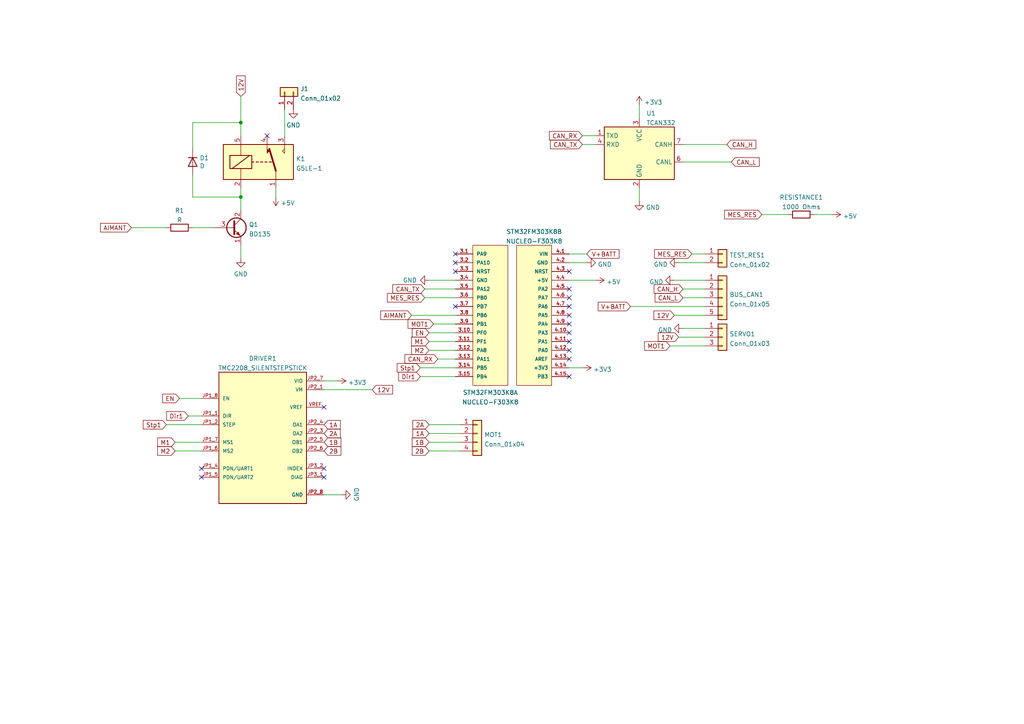
<source format=kicad_sch>
(kicad_sch (version 20211123) (generator eeschema)
  (paper "A4")
  (lib_symbols
    (symbol "Connector_Generic:Conn_01x02" (pin_names (offset 1.016) hide)
      (property "Reference" "J" (at 0 2.54 0))
      (property "Value" "Conn_01x02" (at 0 -5.08 0))
      (symbol "Conn_01x02_1_1"
        (rectangle (start -1.27 -2.413) (end 0 -2.667) (stroke (width 0.1524)))
        (rectangle (start -1.27 0.127) (end 0 -0.127) (stroke (width 0.1524)))
        (rectangle (start -1.27 1.27) (end 1.27 -3.81) (stroke (width 0.254)) (fill (type background)))
        (pin passive line (at -5.08 0 0) (length 3.81) (name "Pin_1") (number "1"))
        (pin passive line (at -5.08 -2.54 0) (length 3.81) (name "Pin_2") (number "2"))
      )
    )
    (symbol "Connector_Generic:Conn_01x03" (pin_names (offset 1.016) hide)
      (property "Reference" "J" (at 0 5.08 0))
      (property "Value" "Conn_01x03" (at 0 -5.08 0))
      (symbol "Conn_01x03_1_1"
        (rectangle (start -1.27 -2.413) (end 0 -2.667) (stroke (width 0.1524)))
        (rectangle (start -1.27 0.127) (end 0 -0.127) (stroke (width 0.1524)))
        (rectangle (start -1.27 2.667) (end 0 2.413) (stroke (width 0.1524)))
        (rectangle (start -1.27 3.81) (end 1.27 -3.81) (stroke (width 0.254)) (fill (type background)))
        (pin passive line (at -5.08 2.54 0) (length 3.81) (name "Pin_1") (number "1"))
        (pin passive line (at -5.08 0 0) (length 3.81) (name "Pin_2") (number "2"))
        (pin passive line (at -5.08 -2.54 0) (length 3.81) (name "Pin_3") (number "3"))
      )
    )
    (symbol "Connector_Generic:Conn_01x04" (pin_names (offset 1.016) hide)
      (property "Reference" "J" (at 0 5.08 0))
      (property "Value" "Conn_01x04" (at 0 -7.62 0))
      (symbol "Conn_01x04_1_1"
        (rectangle (start -1.27 -4.953) (end 0 -5.207) (stroke (width 0.1524)))
        (rectangle (start -1.27 -2.413) (end 0 -2.667) (stroke (width 0.1524)))
        (rectangle (start -1.27 0.127) (end 0 -0.127) (stroke (width 0.1524)))
        (rectangle (start -1.27 2.667) (end 0 2.413) (stroke (width 0.1524)))
        (rectangle (start -1.27 3.81) (end 1.27 -6.35) (stroke (width 0.254)) (fill (type background)))
        (pin passive line (at -5.08 2.54 0) (length 3.81) (name "Pin_1") (number "1"))
        (pin passive line (at -5.08 0 0) (length 3.81) (name "Pin_2") (number "2"))
        (pin passive line (at -5.08 -2.54 0) (length 3.81) (name "Pin_3") (number "3"))
        (pin passive line (at -5.08 -5.08 0) (length 3.81) (name "Pin_4") (number "4"))
      )
    )
    (symbol "Connector_Generic:Conn_01x05" (pin_names (offset 1.016) hide)
      (property "Reference" "J" (at 0 7.62 0))
      (property "Value" "Conn_01x05" (at 0 -7.62 0))
      (symbol "Conn_01x05_1_1"
        (rectangle (start -1.27 -4.953) (end 0 -5.207) (stroke (width 0.1524)))
        (rectangle (start -1.27 -2.413) (end 0 -2.667) (stroke (width 0.1524)))
        (rectangle (start -1.27 0.127) (end 0 -0.127) (stroke (width 0.1524)))
        (rectangle (start -1.27 2.667) (end 0 2.413) (stroke (width 0.1524)))
        (rectangle (start -1.27 5.207) (end 0 4.953) (stroke (width 0.1524)))
        (rectangle (start -1.27 6.35) (end 1.27 -6.35) (stroke (width 0.254)) (fill (type background)))
        (pin passive line (at -5.08 5.08 0) (length 3.81) (name "Pin_1") (number "1"))
        (pin passive line (at -5.08 2.54 0) (length 3.81) (name "Pin_2") (number "2"))
        (pin passive line (at -5.08 0 0) (length 3.81) (name "Pin_3") (number "3"))
        (pin passive line (at -5.08 -2.54 0) (length 3.81) (name "Pin_4") (number "4"))
        (pin passive line (at -5.08 -5.08 0) (length 3.81) (name "Pin_5") (number "5"))
      )
    )
    (symbol "Device:D" (pin_numbers hide) (pin_names (offset 1.016) hide)
      (property "Reference" "D" (at 0 2.54 0))
      (property "Value" "D" (at 0 -2.54 0))
      (symbol "D_0_1"
        (polyline (pts (xy -1.27 1.27) (xy -1.27 -1.27)) (stroke (width 0.254)))
        (polyline (pts (xy 1.27 0) (xy -1.27 0)))
        (polyline (pts (xy 1.27 1.27) (xy 1.27 -1.27) (xy -1.27 0) (xy 1.27 1.27)) (stroke (width 0.254)))
      )
      (symbol "D_1_1"
        (pin passive line (at -3.81 0 0) (length 2.54) (name "K") (number "1"))
        (pin passive line (at 3.81 0 180) (length 2.54) (name "A") (number "2"))
      )
    )
    (symbol "Device:R" (pin_numbers hide) (pin_names (offset 0))
      (property "Reference" "R" (at 2.032 0 90))
      (property "Value" "R" (at 0 0 90))
      (symbol "R_0_1"
        (rectangle (start -1.016 -2.54) (end 1.016 2.54) (stroke (width 0.254)))
      )
      (symbol "R_1_1"
        (pin passive line (at 0 3.81 270) (length 1.27) (name "~") (number "1"))
        (pin passive line (at 0 -3.81 90) (length 1.27) (name "~") (number "2"))
      )
    )
    (symbol "Interface_CAN_LIN:TCAN332"
      (property "Reference" "U" (at -10.16 8.89 0))
      (property "Value" "TCAN332" (at 2.54 8.89 0))
      (symbol "TCAN332_0_1"
        (rectangle (start -10.16 7.62) (end 10.16 -7.62) (stroke (width 0.254)) (fill (type background)))
      )
      (symbol "TCAN332_1_1"
        (pin input line (at -12.7 5.08 0) (length 2.54) (name "TXD") (number "1"))
        (pin power_in line (at 0 -10.16 90) (length 2.54) (name "GND") (number "2"))
        (pin power_in line (at 0 10.16 270) (length 2.54) (name "VCC") (number "3"))
        (pin tri_state line (at -12.7 2.54 0) (length 2.54) (name "RXD") (number "4"))
        (pin no_connect line (at -10.16 -2.54 0) (length 2.54) hide (name "NC") (number "5"))
        (pin bidirectional line (at 12.7 -2.54 180) (length 2.54) (name "CANL") (number "6"))
        (pin bidirectional line (at 12.7 2.54 180) (length 2.54) (name "CANH") (number "7"))
        (pin no_connect line (at -10.16 -5.08 0) (length 2.54) hide (name "NC") (number "8"))
      )
    )
    (symbol "NUCLEO-F303K8:NUCLEO-F303K8" (pin_names (offset 1.016))
      (property "Reference" "A" (at -5.08 20.8534 0))
      (property "Value" "NUCLEO-F303K8" (at -5.08 -22.6314 0))
      (symbol "NUCLEO-F303K8_1_0"
        (rectangle (start -5.08 -20.32) (end 5.08 20.32) (stroke (width 0.1524)) (fill (type background)))
        (pin bidirectional line (at 10.16 17.78 180) (length 5.08) (name "PA9") (number "3.1"))
        (pin bidirectional line (at 10.16 -5.08 180) (length 5.08) (name "PF0") (number "3.10"))
        (pin bidirectional line (at 10.16 -7.62 180) (length 5.08) (name "PF1") (number "3.11"))
        (pin bidirectional line (at 10.16 -10.16 180) (length 5.08) (name "PA8") (number "3.12"))
        (pin bidirectional line (at 10.16 -12.7 180) (length 5.08) (name "PA11") (number "3.13"))
        (pin bidirectional line (at 10.16 -15.24 180) (length 5.08) (name "PB5") (number "3.14"))
        (pin bidirectional line (at 10.16 -17.78 180) (length 5.08) (name "PB4") (number "3.15"))
        (pin bidirectional line (at 10.16 15.24 180) (length 5.08) (name "PA10") (number "3.2"))
        (pin bidirectional line (at 10.16 12.7 180) (length 5.08) (name "NRST") (number "3.3"))
        (pin bidirectional line (at 10.16 10.16 180) (length 5.08) (name "GND") (number "3.4"))
        (pin bidirectional line (at 10.16 7.62 180) (length 5.08) (name "PA12") (number "3.5"))
        (pin bidirectional line (at 10.16 5.08 180) (length 5.08) (name "PB0") (number "3.6"))
        (pin bidirectional line (at 10.16 2.54 180) (length 5.08) (name "PB7") (number "3.7"))
        (pin bidirectional line (at 10.16 0 180) (length 5.08) (name "PB6") (number "3.8"))
        (pin bidirectional line (at 10.16 -2.54 180) (length 5.08) (name "PB1") (number "3.9"))
      )
      (symbol "NUCLEO-F303K8_2_0"
        (rectangle (start -5.08 -20.32) (end 5.08 20.32) (stroke (width 0.1524)) (fill (type background)))
        (pin bidirectional line (at 10.16 17.78 180) (length 5.08) (name "VIN") (number "4.1"))
        (pin bidirectional line (at 10.16 -5.08 180) (length 5.08) (name "PA3") (number "4.10"))
        (pin bidirectional line (at 10.16 -7.62 180) (length 5.08) (name "PA1") (number "4.11"))
        (pin bidirectional line (at 10.16 -10.16 180) (length 5.08) (name "PA0") (number "4.12"))
        (pin bidirectional line (at 10.16 -12.7 180) (length 5.08) (name "AREF") (number "4.13"))
        (pin bidirectional line (at 10.16 -15.24 180) (length 5.08) (name "+3V3") (number "4.14"))
        (pin bidirectional line (at 10.16 -17.78 180) (length 5.08) (name "PB3") (number "4.15"))
        (pin bidirectional line (at 10.16 15.24 180) (length 5.08) (name "GND") (number "4.2"))
        (pin bidirectional line (at 10.16 12.7 180) (length 5.08) (name "NRST") (number "4.3"))
        (pin bidirectional line (at 10.16 10.16 180) (length 5.08) (name "+5V") (number "4.4"))
        (pin bidirectional line (at 10.16 7.62 180) (length 5.08) (name "PA2") (number "4.5"))
        (pin bidirectional line (at 10.16 5.08 180) (length 5.08) (name "PA7") (number "4.6"))
        (pin bidirectional line (at 10.16 2.54 180) (length 5.08) (name "PA6") (number "4.7"))
        (pin bidirectional line (at 10.16 0 180) (length 5.08) (name "PA5") (number "4.8"))
        (pin bidirectional line (at 10.16 -2.54 180) (length 5.08) (name "PA4") (number "4.9"))
      )
    )
    (symbol "Relay:G5LE-1"
      (property "Reference" "K" (at 11.43 3.81 0))
      (property "Value" "G5LE-1" (at 11.43 1.27 0))
      (symbol "G5LE-1_0_0"
        (polyline (pts (xy 7.62 5.08) (xy 7.62 2.54) (xy 6.985 3.175) (xy 7.62 3.81)))
      )
      (symbol "G5LE-1_0_1"
        (rectangle (start -10.16 5.08) (end 10.16 -5.08) (stroke (width 0.254)) (fill (type background)))
        (rectangle (start -8.255 1.905) (end -1.905 -1.905) (stroke (width 0.254)))
        (polyline (pts (xy -7.62 -1.905) (xy -2.54 1.905)) (stroke (width 0.254)))
        (polyline (pts (xy -5.08 -5.08) (xy -5.08 -1.905)))
        (polyline (pts (xy -5.08 5.08) (xy -5.08 1.905)))
        (polyline (pts (xy -1.905 0) (xy -1.27 0)) (stroke (width 0.254)))
        (polyline (pts (xy -0.635 0) (xy 0 0)) (stroke (width 0.254)))
        (polyline (pts (xy 0.635 0) (xy 1.27 0)) (stroke (width 0.254)))
        (polyline (pts (xy 1.905 0) (xy 2.54 0)) (stroke (width 0.254)))
        (polyline (pts (xy 3.175 0) (xy 3.81 0)) (stroke (width 0.254)))
        (polyline (pts (xy 5.08 -2.54) (xy 3.175 3.81)) (stroke (width 0.508)))
        (polyline (pts (xy 5.08 -2.54) (xy 5.08 -5.08)))
        (polyline (pts (xy 2.54 5.08) (xy 2.54 2.54) (xy 3.175 3.175) (xy 2.54 3.81)) (fill (type outline)))
      )
      (symbol "G5LE-1_1_1"
        (pin passive line (at 5.08 -7.62 90) (length 2.54) (name "~") (number "1"))
        (pin passive line (at -5.08 -7.62 90) (length 2.54) (name "~") (number "2"))
        (pin passive line (at 7.62 7.62 270) (length 2.54) (name "~") (number "3"))
        (pin passive line (at 2.54 7.62 270) (length 2.54) (name "~") (number "4"))
        (pin passive line (at -5.08 7.62 270) (length 2.54) (name "~") (number "5"))
      )
    )
    (symbol "TMC2208_SILENTSTEPSTICK:TMC2208_SILENTSTEPSTICK" (pin_names (offset 1.016))
      (property "Reference" "U" (at -12.7 19.05 0))
      (property "Value" "TMC2208_SILENTSTEPSTICK" (at -12.7 -22.86 0))
      (symbol "TMC2208_SILENTSTEPSTICK_0_0"
        (rectangle (start -12.7 -20.32) (end 12.7 17.78) (stroke (width 0.254)) (fill (type background)))
        (pin input line (at -17.78 5.08 0) (length 5.08) (name "DIR") (number "JP1_1"))
        (pin input line (at -17.78 2.54 0) (length 5.08) (name "STEP") (number "JP1_2"))
        (pin bidirectional line (at -17.78 -10.16 0) (length 5.08) (name "PDN/UART1") (number "JP1_4"))
        (pin bidirectional line (at -17.78 -12.7 0) (length 5.08) (name "PDN/UART2") (number "JP1_5"))
        (pin input line (at -17.78 -5.08 0) (length 5.08) (name "MS2") (number "JP1_6"))
        (pin input line (at -17.78 -2.54 0) (length 5.08) (name "MS1") (number "JP1_7"))
        (pin input line (at -17.78 10.16 0) (length 5.08) (name "EN") (number "JP1_8"))
        (pin power_in line (at 17.78 12.7 180) (length 5.08) (name "VM") (number "JP2_1"))
        (pin power_in line (at 17.78 -17.78 180) (length 5.08) (name "GND") (number "JP2_2"))
        (pin passive line (at 17.78 0 180) (length 5.08) (name "OA2") (number "JP2_3"))
        (pin passive line (at 17.78 2.54 180) (length 5.08) (name "OA1") (number "JP2_4"))
        (pin passive line (at 17.78 -2.54 180) (length 5.08) (name "OB1") (number "JP2_5"))
        (pin passive line (at 17.78 -5.08 180) (length 5.08) (name "OB2") (number "JP2_6"))
        (pin power_in line (at 17.78 15.24 180) (length 5.08) (name "VIO") (number "JP2_7"))
        (pin power_in line (at 17.78 -17.78 180) (length 5.08) (name "GND") (number "JP2_8"))
        (pin output line (at 17.78 -12.7 180) (length 5.08) (name "DIAG") (number "JP3_1"))
        (pin output line (at 17.78 -10.16 180) (length 5.08) (name "INDEX") (number "JP3_2"))
        (pin passive line (at 17.78 7.62 180) (length 5.08) (name "VREF") (number "VREF"))
      )
    )
    (symbol "Transistor_BJT:BD135" (pin_names (offset 0) hide)
      (property "Reference" "Q" (at 5.08 1.905 0))
      (property "Value" "BD135" (at 5.08 0 0))
      (symbol "BD135_0_1"
        (polyline (pts (xy 0 0) (xy 0.635 0)))
        (polyline (pts (xy 2.54 -2.54) (xy 0.635 -0.635)))
        (polyline (pts (xy 2.54 2.54) (xy 0.635 0.635)))
        (polyline (pts (xy 0.635 1.905) (xy 0.635 -1.905) (xy 0.635 -1.905)) (stroke (width 0.508)) (fill (type outline)))
        (polyline (pts (xy 1.2446 -1.778) (xy 1.7526 -1.27) (xy 2.286 -2.286) (xy 1.2446 -1.778) (xy 1.2446 -1.778)) (fill (type outline)))
        (circle (center 1.27 0) (radius 2.8194) (stroke (width 0.3048)))
      )
      (symbol "BD135_1_1"
        (pin passive line (at 2.54 -5.08 90) (length 2.54) (name "E") (number "1"))
        (pin passive line (at 2.54 5.08 270) (length 2.54) (name "C") (number "2"))
        (pin input line (at -5.08 0 0) (length 5.08) (name "B") (number "3"))
      )
    )
    (symbol "power:+3.3V" (power) (pin_names (offset 0))
      (property "Value" "+3.3V" (at 0 3.556 0))
      (symbol "+3.3V_0_1"
        (polyline (pts (xy -0.762 1.27) (xy 0 2.54)))
        (polyline (pts (xy 0 0) (xy 0 2.54)))
        (polyline (pts (xy 0 2.54) (xy 0.762 1.27)))
      )
      (symbol "+3.3V_1_1"
        (pin power_in line (at 0 0 90) (length 0) hide (name "+3V3") (number "1"))
      )
    )
    (symbol "power:+5V" (power) (pin_names (offset 0))
      (property "Value" "+5V" (at 0 3.556 0))
      (symbol "+5V_0_1"
        (polyline (pts (xy -0.762 1.27) (xy 0 2.54)))
        (polyline (pts (xy 0 0) (xy 0 2.54)))
        (polyline (pts (xy 0 2.54) (xy 0.762 1.27)))
      )
      (symbol "+5V_1_1"
        (pin power_in line (at 0 0 90) (length 0) hide (name "+5V") (number "1"))
      )
    )
    (symbol "power:GND" (power) (pin_names (offset 0))
      (property "Value" "GND" (at 0 -3.81 0))
      (symbol "GND_0_1"
        (polyline (pts (xy 0 0) (xy 0 -1.27) (xy 1.27 -1.27) (xy 0 -2.54) (xy -1.27 -1.27) (xy 0 -1.27)))
      )
      (symbol "GND_1_1"
        (pin power_in line (at 0 0 270) (length 0) hide (name "GND") (number "1"))
      )
    )
  )
  (junction (at 69.85 35.56))
  (junction (at 69.85 57.15))
  (no_connect (at 165.1 83.82))
  (no_connect (at 165.1 86.36))
  (no_connect (at 77.47 39.37))
  (no_connect (at 132.08 73.66))
  (no_connect (at 132.08 76.2))
  (no_connect (at 132.08 78.74))
  (no_connect (at 132.08 88.9))
  (no_connect (at 58.42 135.89))
  (no_connect (at 93.98 135.89))
  (no_connect (at 93.98 138.43))
  (no_connect (at 93.98 118.11))
  (no_connect (at 165.1 88.9))
  (no_connect (at 165.1 91.44))
  (no_connect (at 165.1 93.98))
  (no_connect (at 165.1 96.52))
  (no_connect (at 165.1 99.06))
  (no_connect (at 165.1 101.6))
  (no_connect (at 165.1 78.74))
  (no_connect (at 165.1 104.14))
  (no_connect (at 165.1 109.22))
  (no_connect (at 58.42 138.43))
  (wire (pts (xy 168.91 41.91) (xy 172.72 41.91)))
  (wire (pts (xy 198.12 83.82) (xy 204.47 83.82)))
  (wire (pts (xy 124.46 125.73) (xy 133.35 125.73)))
  (wire (pts (xy 127 104.14) (xy 132.08 104.14)))
  (wire (pts (xy 69.85 54.61) (xy 69.85 57.15)))
  (wire (pts (xy 236.22 62.23) (xy 241.3 62.23)))
  (wire (pts (xy 55.88 35.56) (xy 69.85 35.56)))
  (wire (pts (xy 165.1 73.66) (xy 170.18 73.66)))
  (wire (pts (xy 69.85 57.15) (xy 69.85 60.96)))
  (wire (pts (xy 196.85 97.79) (xy 204.47 97.79)))
  (wire (pts (xy 123.19 86.36) (xy 132.08 86.36)))
  (wire (pts (xy 119.38 91.44) (xy 132.08 91.44)))
  (wire (pts (xy 165.1 106.68) (xy 168.91 106.68)))
  (wire (pts (xy 165.1 81.28) (xy 172.72 81.28)))
  (wire (pts (xy 185.42 30.48) (xy 185.42 34.29)))
  (wire (pts (xy 123.19 83.82) (xy 132.08 83.82)))
  (wire (pts (xy 52.07 115.57) (xy 58.42 115.57)))
  (wire (pts (xy 82.55 31.75) (xy 82.55 39.37)))
  (wire (pts (xy 38.1 66.04) (xy 48.26 66.04)))
  (wire (pts (xy 125.73 93.98) (xy 132.08 93.98)))
  (wire (pts (xy 124.46 101.6) (xy 132.08 101.6)))
  (wire (pts (xy 182.88 88.9) (xy 204.47 88.9)))
  (wire (pts (xy 93.98 143.51) (xy 99.06 143.51)))
  (wire (pts (xy 168.91 39.37) (xy 172.72 39.37)))
  (wire (pts (xy 200.66 73.66) (xy 204.47 73.66)))
  (wire (pts (xy 185.42 54.61) (xy 185.42 58.42)))
  (wire (pts (xy 55.88 50.8) (xy 55.88 57.15)))
  (wire (pts (xy 220.98 62.23) (xy 228.6 62.23)))
  (wire (pts (xy 198.12 95.25) (xy 204.47 95.25)))
  (wire (pts (xy 195.58 91.44) (xy 204.47 91.44)))
  (wire (pts (xy 69.85 71.12) (xy 69.85 74.93)))
  (wire (pts (xy 198.12 41.91) (xy 210.82 41.91)))
  (wire (pts (xy 121.92 109.22) (xy 132.08 109.22)))
  (wire (pts (xy 80.01 54.61) (xy 80.01 57.15)))
  (wire (pts (xy 50.8 130.81) (xy 58.42 130.81)))
  (wire (pts (xy 54.61 120.65) (xy 58.42 120.65)))
  (wire (pts (xy 124.46 130.81) (xy 133.35 130.81)))
  (wire (pts (xy 55.88 57.15) (xy 69.85 57.15)))
  (wire (pts (xy 69.85 35.56) (xy 69.85 39.37)))
  (wire (pts (xy 198.12 86.36) (xy 204.47 86.36)))
  (wire (pts (xy 55.88 66.04) (xy 62.23 66.04)))
  (wire (pts (xy 55.88 43.18) (xy 55.88 35.56)))
  (wire (pts (xy 124.46 128.27) (xy 133.35 128.27)))
  (wire (pts (xy 124.46 123.19) (xy 133.35 123.19)))
  (wire (pts (xy 50.8 128.27) (xy 58.42 128.27)))
  (wire (pts (xy 198.12 46.99) (xy 212.09 46.99)))
  (wire (pts (xy 124.46 99.06) (xy 132.08 99.06)))
  (wire (pts (xy 165.1 76.2) (xy 170.18 76.2)))
  (wire (pts (xy 194.31 100.33) (xy 204.47 100.33)))
  (wire (pts (xy 93.98 113.03) (xy 107.95 113.03)))
  (wire (pts (xy 121.92 106.68) (xy 132.08 106.68)))
  (wire (pts (xy 195.58 81.28) (xy 204.47 81.28)))
  (wire (pts (xy 124.46 81.28) (xy 132.08 81.28)))
  (wire (pts (xy 124.46 96.52) (xy 132.08 96.52)))
  (wire (pts (xy 196.85 76.2) (xy 204.47 76.2)))
  (wire (pts (xy 93.98 110.49) (xy 97.79 110.49)))
  (wire (pts (xy 48.26 123.19) (xy 58.42 123.19)))
  (wire (pts (xy 69.85 27.94) (xy 69.85 35.56)))
  (global_label "2A" (shape input) (at 124.46 123.19 180) (property "Intersheet References" "${INTERSHEET_REFS}" (effects hide)))
  (global_label "1B" (shape input) (at 93.98 128.27 0) (property "Intersheet References" "${INTERSHEET_REFS}" (effects hide)))
  (global_label "MOT1" (shape input) (at 194.31 100.33 180) (property "Intersheet References" "${INTERSHEET_REFS}" (effects hide)))
  (global_label "2B" (shape input) (at 93.98 130.81 0) (property "Intersheet References" "${INTERSHEET_REFS}" (effects hide)))
  (global_label "Stp1" (shape input) (at 48.26 123.19 180) (property "Intersheet References" "${INTERSHEET_REFS}" (effects hide)))
  (global_label "12V" (shape input) (at 196.85 97.79 180) (property "Intersheet References" "${INTERSHEET_REFS}" (effects hide)))
  (global_label "Dir1" (shape input) (at 121.92 109.22 180) (property "Intersheet References" "${INTERSHEET_REFS}" (effects hide)))
  (global_label "MES_RES" (shape input) (at 200.66 73.66 180) (property "Intersheet References" "${INTERSHEET_REFS}" (effects hide)))
  (global_label "CAN_L" (shape input) (at 212.09 46.99 0) (property "Intersheet References" "${INTERSHEET_REFS}" (effects hide)))
  (global_label "M2" (shape input) (at 124.46 101.6 180) (property "Intersheet References" "${INTERSHEET_REFS}" (effects hide)))
  (global_label "CAN_RX" (shape input) (at 127 104.14 180) (property "Intersheet References" "${INTERSHEET_REFS}" (effects hide)))
  (global_label "CAN_TX" (shape input) (at 168.91 41.91 180) (property "Intersheet References" "${INTERSHEET_REFS}" (effects hide)))
  (global_label "AIMANT" (shape input) (at 38.1 66.04 180) (property "Intersheet References" "${INTERSHEET_REFS}" (effects hide)))
  (global_label "2B" (shape input) (at 124.46 130.81 180) (property "Intersheet References" "${INTERSHEET_REFS}" (effects hide)))
  (global_label "M1" (shape input) (at 124.46 99.06 180) (property "Intersheet References" "${INTERSHEET_REFS}" (effects hide)))
  (global_label "CAN_L" (shape input) (at 198.12 86.36 180) (property "Intersheet References" "${INTERSHEET_REFS}" (effects hide)))
  (global_label "CAN_TX" (shape input) (at 123.19 83.82 180) (property "Intersheet References" "${INTERSHEET_REFS}" (effects hide)))
  (global_label "CAN_H" (shape input) (at 198.12 83.82 180) (property "Intersheet References" "${INTERSHEET_REFS}" (effects hide)))
  (global_label "12V" (shape input) (at 195.58 91.44 180) (property "Intersheet References" "${INTERSHEET_REFS}" (effects hide)))
  (global_label "EN" (shape input) (at 52.07 115.57 180) (property "Intersheet References" "${INTERSHEET_REFS}" (effects hide)))
  (global_label "Stp1" (shape input) (at 121.92 106.68 180) (property "Intersheet References" "${INTERSHEET_REFS}" (effects hide)))
  (global_label "1B" (shape input) (at 124.46 128.27 180) (property "Intersheet References" "${INTERSHEET_REFS}" (effects hide)))
  (global_label "2A" (shape input) (at 93.98 125.73 0) (property "Intersheet References" "${INTERSHEET_REFS}" (effects hide)))
  (global_label "M2" (shape input) (at 50.8 130.81 180) (property "Intersheet References" "${INTERSHEET_REFS}" (effects hide)))
  (global_label "V+BATT" (shape input) (at 170.18 73.66 0) (property "Intersheet References" "${INTERSHEET_REFS}" (effects hide)))
  (global_label "MOT1" (shape input) (at 125.73 93.98 180) (property "Intersheet References" "${INTERSHEET_REFS}" (effects hide)))
  (global_label "CAN_RX" (shape input) (at 168.91 39.37 180) (property "Intersheet References" "${INTERSHEET_REFS}" (effects hide)))
  (global_label "MES_RES" (shape input) (at 123.19 86.36 180) (property "Intersheet References" "${INTERSHEET_REFS}" (effects hide)))
  (global_label "M1" (shape input) (at 50.8 128.27 180) (property "Intersheet References" "${INTERSHEET_REFS}" (effects hide)))
  (global_label "Dir1" (shape input) (at 54.61 120.65 180) (property "Intersheet References" "${INTERSHEET_REFS}" (effects hide)))
  (global_label "CAN_H" (shape input) (at 210.82 41.91 0) (property "Intersheet References" "${INTERSHEET_REFS}" (effects hide)))
  (global_label "AIMANT" (shape input) (at 119.38 91.44 180) (property "Intersheet References" "${INTERSHEET_REFS}" (effects hide)))
  (global_label "V+BATT" (shape input) (at 182.88 88.9 180) (property "Intersheet References" "${INTERSHEET_REFS}" (effects hide)))
  (global_label "12V" (shape input) (at 107.95 113.03 0) (property "Intersheet References" "${INTERSHEET_REFS}" (effects hide)))
  (global_label "1A" (shape input) (at 124.46 125.73 180) (property "Intersheet References" "${INTERSHEET_REFS}" (effects hide)))
  (global_label "EN" (shape input) (at 124.46 96.52 180) (property "Intersheet References" "${INTERSHEET_REFS}" (effects hide)))
  (global_label "12V" (shape input) (at 69.85 27.94 90) (property "Intersheet References" "${INTERSHEET_REFS}" (effects hide)))
  (global_label "MES_RES" (shape input) (at 220.98 62.23 180) (property "Intersheet References" "${INTERSHEET_REFS}" (effects hide)))
  (global_label "1A" (shape input) (at 93.98 123.19 0) (property "Intersheet References" "${INTERSHEET_REFS}" (effects hide)))
  (symbol (lib_id "Interface_CAN_LIN:TCAN332") (at 185.42 44.45 0) (unit 1)
    (property "Reference" "U1" (at 187.4394 32.8635 0) (effects (justify left)))
    (property "Value" "TCAN332" (at 187.4394 35.6386 0) (effects (justify left)))
    (property "Footprint" "empreinte:SO-8_S" (effects hide))
    (property "Datasheet" "http://www.ti.com/lit/ds/symlink/tcan337.pdf" (effects hide))
  )
  (symbol (lib_id "power:GND") (at 69.85 74.93 0) (unit 1)
    (property "Reference" "#PWR0112" (effects hide))
    (property "Value" "GND" (at 69.85 79.4925 0))
  )
  (symbol (lib_id "power:+5V") (at 80.01 57.15 180) (unit 1)
    (property "Reference" "#PWR0115" (effects hide))
    (property "Value" "+5V" (at 81.407 58.899 0) (effects (justify right)))
  )
  (symbol (lib_id "Connector_Generic:Conn_01x02") (at 209.55 73.66 0) (unit 1)
    (property "Reference" "TEST_RES1" (at 211.582 74.0215 0) (effects (justify left)))
    (property "Value" "Conn_01x02" (at 211.582 76.7966 0) (effects (justify left)))
    (property "Footprint" "Connector_PinSocket_2.54mm:PinSocket_1x02_P2.54mm_Vertical" (effects hide))
  )
  (symbol (lib_id "power:GND") (at 195.58 81.28 270) (unit 1)
    (property "Reference" "#PWR0108" (effects hide))
    (property "Value" "GND" (at 192.4051 81.759 90) (effects (justify right)))
  )
  (symbol (lib_id "NUCLEO-F303K8:NUCLEO-F303K8") (at 154.94 91.44 0) (unit 2)
    (property "Reference" "STM32FM303K8" (at 154.94 67.2043 0))
    (property "Value" "NUCLEO-F303K8" (at 154.94 69.9794 0))
    (property "Footprint" "MODULE_NUCLEO-F303K8" (effects hide))
    (property "MANUFACTURER" "ST Microelectronics" (effects hide))
    (property "STANDARD" "Manufacturer rEcommendation" (effects hide))
    (property "PARTREV" "3" (effects hide))
  )
  (symbol (lib_id "Device:R") (at 52.07 66.04 270) (unit 1)
    (property "Reference" "R1" (at 52.07 61.0575 90))
    (property "Value" "R" (at 52.07 63.8326 90))
    (property "Footprint" "Resistor_THT:R_Axial_DIN0207_L6.3mm_D2.5mm_P10.16mm_Horizontal" (effects hide))
  )
  (symbol (lib_id "Relay:G5LE-1") (at 74.93 46.99 0) (unit 1)
    (property "Reference" "K1" (at 85.852 46.0815 0) (effects (justify left)))
    (property "Value" "G5LE-1" (at 85.852 48.8566 0) (effects (justify left)))
    (property "Footprint" "Relay_THT:Relay_SPDT_Omron-G5LE-1" (effects hide))
    (property "Datasheet" "http://www.omron.com/ecb/products/pdf/en-g5le.pdf" (effects hide))
  )
  (symbol (lib_id "power:+3.3V") (at 185.42 30.48 0) (unit 1)
    (property "Reference" "#PWR0109" (effects hide))
    (property "Value" "+3.3V" (at 186.817 29.689 0) (effects (justify left)))
  )
  (symbol (lib_id "Connector_Generic:Conn_01x02") (at 82.55 26.67 90) (unit 1)
    (property "Reference" "J1" (at 87.122 25.7615 90) (effects (justify right)))
    (property "Value" "Conn_01x02" (at 87.122 28.5366 90) (effects (justify right)))
    (property "Footprint" "Connector_JST:JST_PH_B2B-PH-K_1x02_P2.00mm_Vertical" (effects hide))
  )
  (symbol (lib_id "NUCLEO-F303K8:NUCLEO-F303K8") (at 142.24 91.44 0) (mirror y) (unit 1)
    (property "Reference" "STM32FM303K8" (at 142.24 113.8587 0))
    (property "Value" "NUCLEO-F303K8" (at 142.24 116.6338 0))
    (property "Footprint" "MODULE_NUCLEO-F303K8" (effects hide))
    (property "MANUFACTURER" "ST Microelectronics" (effects hide))
    (property "STANDARD" "Manufacturer rEcommendation" (effects hide))
    (property "PARTREV" "3" (effects hide))
  )
  (symbol (lib_id "Transistor_BJT:BD135") (at 67.31 66.04 0) (unit 1)
    (property "Reference" "Q1" (at 72.1868 65.1315 0) (effects (justify left)))
    (property "Value" "BD135" (at 72.1868 67.9066 0) (effects (justify left)))
    (property "Footprint" "Package_TO_SOT_THT:TO-126-3_Vertical" (effects hide))
    (property "Datasheet" "http://www.st.com/internet/com/TECHNICAL_RESOURCES/TECHNICAL_LITERATURE/DATASHEET/CD00001225.pdf" (effects hide))
  )
  (symbol (lib_id "power:GND") (at 196.85 76.2 270) (unit 1)
    (property "Reference" "#PWR0102" (effects hide))
    (property "Value" "GND" (at 193.6751 76.679 90) (effects (justify right)))
  )
  (symbol (lib_id "Connector_Generic:Conn_01x04") (at 138.43 125.73 0) (unit 1)
    (property "Reference" "MOT1" (at 140.462 126.0915 0) (effects (justify left)))
    (property "Value" "Conn_01x04" (at 140.462 128.8666 0) (effects (justify left)))
    (property "Footprint" "Connector_PinSocket_2.54mm:PinSocket_1x04_P2.54mm_Vertical" (effects hide))
  )
  (symbol (lib_id "TMC2208_SILENTSTEPSTICK:TMC2208_SILENTSTEPSTICK") (at 76.2 125.73 0) (unit 1)
    (property "Reference" "DRIVER1" (at 76.2 103.9835 0))
    (property "Value" "TMC2208_SILENTSTEPSTICK" (at 76.2 106.7586 0))
    (property "Footprint" "MODULE_TMC2208_SILENTSTEPSTICK" (effects hide))
    (property "MANUFACTURER" "Trinamic Motion" (effects hide))
  )
  (symbol (lib_id "power:GND") (at 124.46 81.28 270) (mirror x) (unit 1)
    (property "Reference" "#PWR0110" (effects hide))
    (property "Value" "GND" (at 116.84 81.28 90) (effects (justify left)))
  )
  (symbol (lib_id "power:GND") (at 85.09 31.75 0) (unit 1)
    (property "Reference" "#PWR0114" (effects hide))
    (property "Value" "GND" (at 85.09 36.3125 0))
  )
  (symbol (lib_id "power:+5V") (at 172.72 81.28 270) (unit 1)
    (property "Reference" "#PWR0106" (effects hide))
    (property "Value" "+5V" (at 175.895 81.759 90) (effects (justify left)))
  )
  (symbol (lib_id "power:+3.3V") (at 97.79 110.49 270) (unit 1)
    (property "Reference" "#PWR0111" (effects hide))
    (property "Value" "+3.3V" (at 100.965 110.969 90) (effects (justify left)))
  )
  (symbol (lib_id "power:GND") (at 99.06 143.51 90) (unit 1)
    (property "Reference" "#PWR0113" (effects hide))
    (property "Value" "GND" (at 103.4542 143.383 0))
  )
  (symbol (lib_id "Connector_Generic:Conn_01x03") (at 209.55 97.79 0) (unit 1)
    (property "Reference" "SERVO1" (at 211.582 96.8815 0) (effects (justify left)))
    (property "Value" "Conn_01x03" (at 211.582 99.6566 0) (effects (justify left)))
    (property "Footprint" "Connector_JST:JST_PH_B3B-PH-K_1x03_P2.00mm_Vertical" (effects hide))
  )
  (symbol (lib_id "power:GND") (at 185.42 58.42 0) (unit 1)
    (property "Reference" "#PWR0107" (effects hide))
    (property "Value" "GND" (at 187.325 60.169 0) (effects (justify left)))
  )
  (symbol (lib_id "Device:D") (at 55.88 46.99 270) (unit 1)
    (property "Reference" "D1" (at 57.912 45.8216 90) (effects (justify left)))
    (property "Value" "D" (at 57.912 48.133 90) (effects (justify left)))
    (property "Footprint" "Diode_THT:D_DO-15_P12.70mm_Horizontal" (effects hide))
  )
  (symbol (lib_id "power:GND") (at 198.12 95.25 270) (unit 1)
    (property "Reference" "#PWR0103" (effects hide))
    (property "Value" "GND" (at 194.9451 95.729 90) (effects (justify right)))
  )
  (symbol (lib_id "Device:R") (at 232.41 62.23 270) (unit 1)
    (property "Reference" "RESISTANCE1" (at 232.41 57.2475 90))
    (property "Value" "1000 Ohms" (at 232.41 60.0226 90))
    (property "Footprint" "Resistor_THT:R_Axial_DIN0207_L6.3mm_D2.5mm_P15.24mm_Horizontal" (effects hide))
  )
  (symbol (lib_id "power:+3.3V") (at 168.91 106.68 270) (unit 1)
    (property "Reference" "#PWR0104" (effects hide))
    (property "Value" "+3.3V" (at 172.085 107.159 90) (effects (justify left)))
  )
  (symbol (lib_id "power:GND") (at 170.18 76.2 90) (unit 1)
    (property "Reference" "#PWR0105" (effects hide))
    (property "Value" "GND" (at 173.355 76.679 90) (effects (justify right)))
  )
  (symbol (lib_id "power:+5V") (at 241.3 62.23 270) (unit 1)
    (property "Reference" "#PWR0101" (effects hide))
    (property "Value" "+5V" (at 244.475 62.709 90) (effects (justify left)))
  )
  (symbol (lib_id "Connector_Generic:Conn_01x05") (at 209.55 86.36 0) (unit 1)
    (property "Reference" "BUS_CAN1" (at 211.582 85.4515 0) (effects (justify left)))
    (property "Value" "Conn_01x05" (at 211.582 88.2266 0) (effects (justify left)))
    (property "Footprint" "Connector_JST:JST_PH_B5B-PH-K_1x05_P2.00mm_Vertical" (effects hide))
  )
)
</source>
